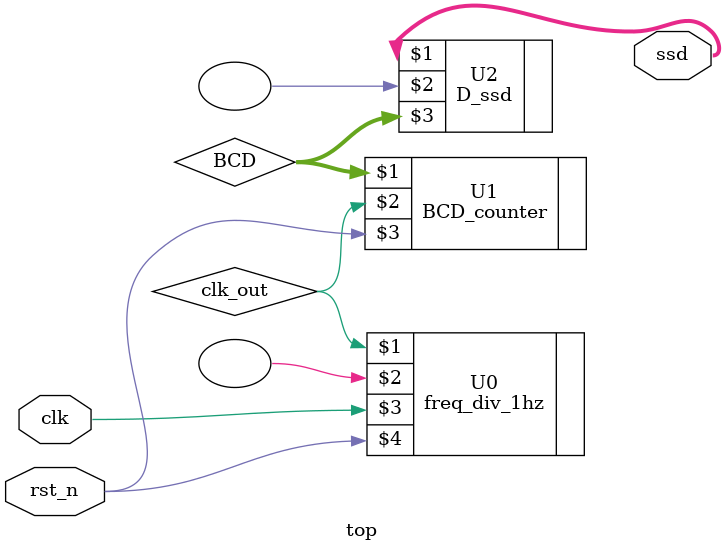
<source format=v>
`timescale 1ns / 1ps


module top(
    output [7:0] ssd,
    input clk,
    input rst_n
    );
    
    wire clk_out;
    wire [3:0] BCD;
    
    freq_div_1hz U0 (clk_out, , clk, rst_n);
    BCD_counter U1 (BCD, clk_out, rst_n);
    D_ssd U2 (ssd, , BCD);
    
endmodule

</source>
